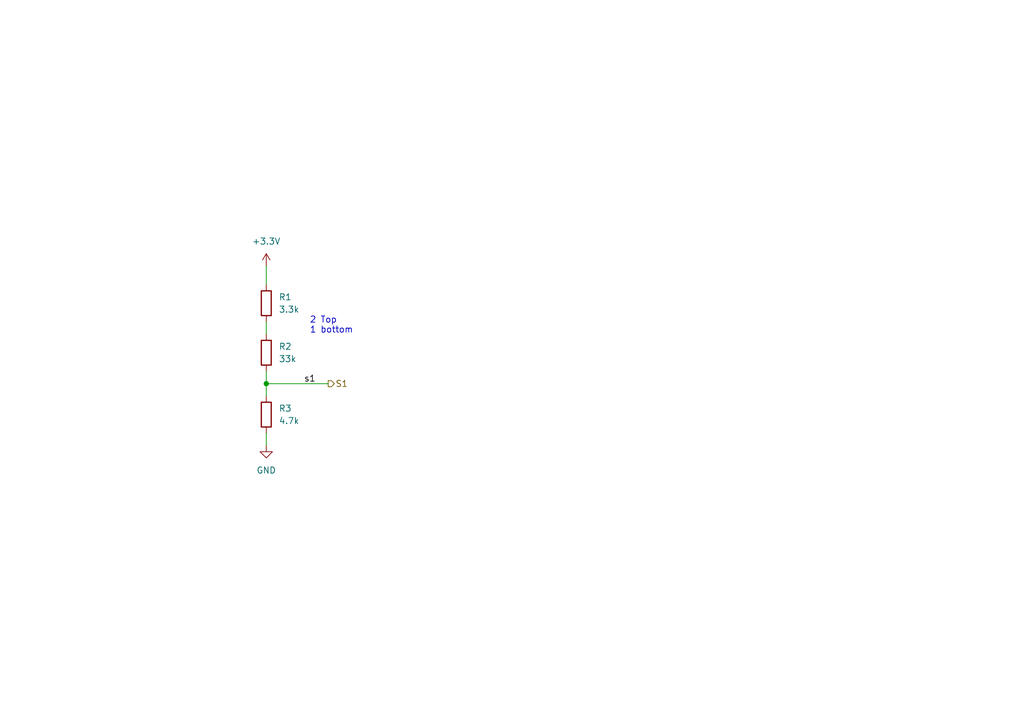
<source format=kicad_sch>
(kicad_sch (version 20211123) (generator eeschema)
  (paper "A5")
  (title_block (title "Résistances Traversantes") (company "ARES"))
  (lib_symbols
    (symbol "Device:R" (pin_numbers hide) (pin_names (offset 0))
      (property "Reference" "R" (at 2.032 0 90))
      (property "Value" "R" (at 0 0 90))
      (symbol "R_0_1"
        (rectangle (start -1.016 -2.54) (end 1.016 2.54) (stroke (width 0.254)))
      )
      (symbol "R_1_1"
        (pin passive line (at 0 3.81 270) (length 1.27) (name "~") (number "1"))
        (pin passive line (at 0 -3.81 90) (length 1.27) (name "~") (number "2"))
      )
    )
    (symbol "power:+3.3V" (power) (pin_names (offset 0))
      (property "Value" "+3.3V" (at 0 3.556 0))
      (symbol "+3.3V_0_1"
        (polyline (pts (xy -0.762 1.27) (xy 0 2.54)))
        (polyline (pts (xy 0 0) (xy 0 2.54)))
        (polyline (pts (xy 0 2.54) (xy 0.762 1.27)))
      )
      (symbol "+3.3V_1_1"
        (pin power_in line (at 0 0 90) (length 0) hide (name "+3.3V") (number "1"))
      )
    )
    (symbol "power:GND" (power) (pin_names (offset 0))
      (property "Value" "GND" (at 0 -3.81 0))
      (symbol "GND_0_1"
        (polyline (pts (xy 0 0) (xy 0 -1.27) (xy 1.27 -1.27) (xy 0 -2.54) (xy -1.27 -1.27) (xy 0 -1.27)))
      )
      (symbol "GND_1_1"
        (pin power_in line (at 0 0 270) (length 0) hide (name "GND") (number "1"))
      )
    )
  )
  (junction (at 54.61 78.74))
  (wire (pts (xy 54.61 66.04) (xy 54.61 68.58)))
  (wire (pts (xy 54.61 78.74) (xy 54.61 81.28)))
  (wire (pts (xy 54.61 76.2) (xy 54.61 78.74)))
  (wire (pts (xy 54.61 78.74) (xy 67.31 78.74)))
  (wire (pts (xy 54.61 88.9) (xy 54.61 91.44)))
  (wire (pts (xy 54.61 54.61) (xy 54.61 58.42)))
  (text "2 Top \n1 bottom" (at 63.5 68.58 0) (effects (font (size 1.27 1.27)) (justify left bottom)))
  (label "s1" (at 64.77 78.74 180))
  (hierarchical_label "S1" (shape output) (at 67.31 78.74 0))
  (symbol (lib_id "power:GND") (at 54.61 91.44 0) (unit 1)
    (property "Reference" "#PWR04" (effects hide))
    (property "Value" "GND" (at 54.61 96.52 0))
  )
  (symbol (lib_id "power:+3.3V") (at 54.61 54.61 0) (unit 1)
    (property "Reference" "#PWR03" (effects hide))
    (property "Value" "+3.3V" (at 54.61 49.53 0))
  )
  (symbol (lib_id "Device:R") (at 54.61 85.09 0) (unit 1)
    (property "Reference" "R3" (at 57.15 83.8199 0) (effects (justify left)))
    (property "Value" "4.7k" (at 57.15 86.3599 0) (effects (justify left)))
    (property "Footprint" "Resistor_THT:R_Axial_DIN0207_L6.3mm_D2.5mm_P10.16mm_Horizontal" (effects hide))
  )
  (symbol (lib_id "Device:R") (at 54.61 62.23 0) (unit 1)
    (property "Reference" "R1" (at 57.15 60.9599 0) (effects (justify left)))
    (property "Value" "3.3k" (at 57.15 63.4999 0) (effects (justify left)))
    (property "Footprint" "Resistor_THT:R_Axial_DIN0207_L6.3mm_D2.5mm_P2.54mm_Vertical" (effects hide))
  )
  (symbol (lib_id "Device:R") (at 54.61 72.39 0) (unit 1)
    (property "Reference" "R2" (at 57.15 71.1199 0) (effects (justify left)))
    (property "Value" "33k" (at 57.15 73.6599 0) (effects (justify left)))
    (property "Footprint" "Resistor_THT:R_Axial_DIN0207_L6.3mm_D2.5mm_P10.16mm_Horizontal" (effects hide))
  )
)
</source>
